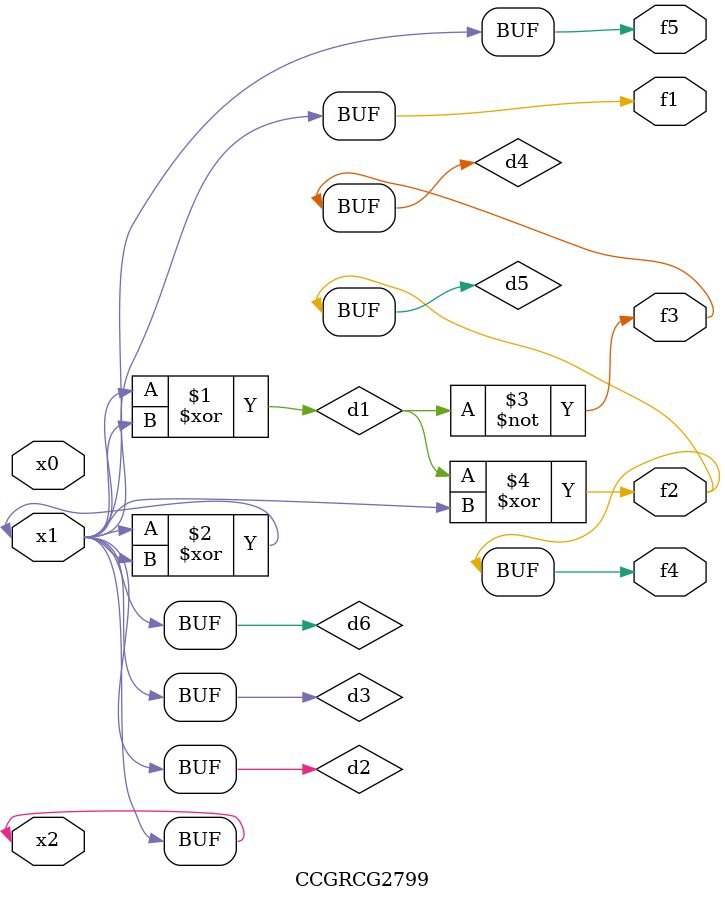
<source format=v>
module CCGRCG2799(
	input x0, x1, x2,
	output f1, f2, f3, f4, f5
);

	wire d1, d2, d3, d4, d5, d6;

	xor (d1, x1, x2);
	buf (d2, x1, x2);
	xor (d3, x1, x2);
	nor (d4, d1);
	xor (d5, d1, d2);
	buf (d6, d2, d3);
	assign f1 = d6;
	assign f2 = d5;
	assign f3 = d4;
	assign f4 = d5;
	assign f5 = d6;
endmodule

</source>
